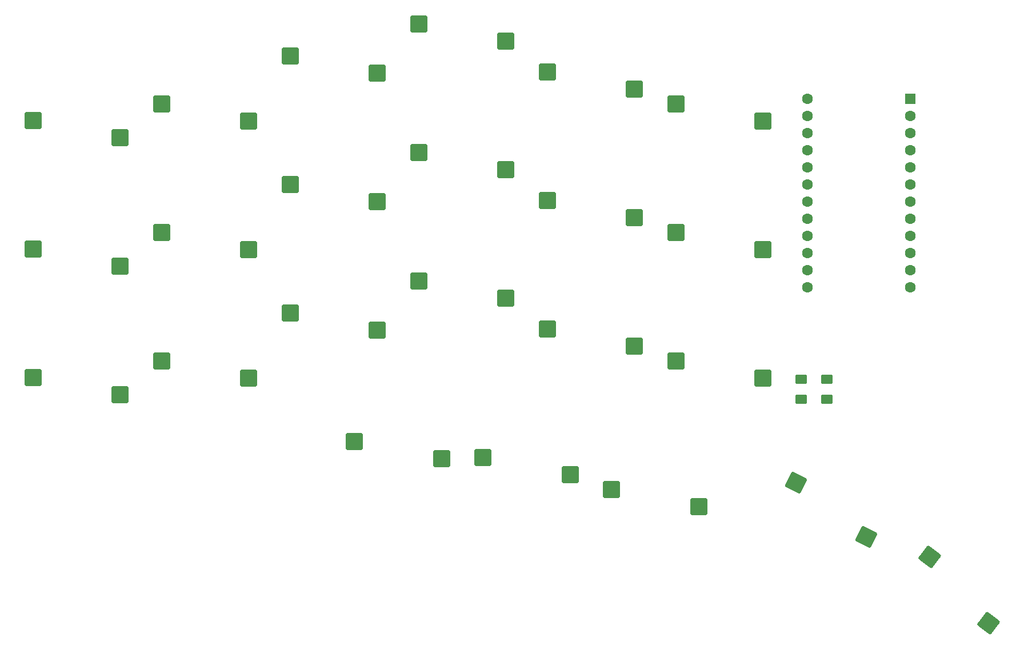
<source format=gbr>
%TF.GenerationSoftware,KiCad,Pcbnew,9.0.2*%
%TF.CreationDate,2025-06-30T19:49:53-10:00*%
%TF.ProjectId,jug,6a75672e-6b69-4636-9164-5f7063625858,rev?*%
%TF.SameCoordinates,Original*%
%TF.FileFunction,Paste,Top*%
%TF.FilePolarity,Positive*%
%FSLAX46Y46*%
G04 Gerber Fmt 4.6, Leading zero omitted, Abs format (unit mm)*
G04 Created by KiCad (PCBNEW 9.0.2) date 2025-06-30 19:49:53*
%MOMM*%
%LPD*%
G01*
G04 APERTURE LIST*
G04 Aperture macros list*
%AMRoundRect*
0 Rectangle with rounded corners*
0 $1 Rounding radius*
0 $2 $3 $4 $5 $6 $7 $8 $9 X,Y pos of 4 corners*
0 Add a 4 corners polygon primitive as box body*
4,1,4,$2,$3,$4,$5,$6,$7,$8,$9,$2,$3,0*
0 Add four circle primitives for the rounded corners*
1,1,$1+$1,$2,$3*
1,1,$1+$1,$4,$5*
1,1,$1+$1,$6,$7*
1,1,$1+$1,$8,$9*
0 Add four rect primitives between the rounded corners*
20,1,$1+$1,$2,$3,$4,$5,0*
20,1,$1+$1,$4,$5,$6,$7,0*
20,1,$1+$1,$6,$7,$8,$9,0*
20,1,$1+$1,$8,$9,$2,$3,0*%
G04 Aperture macros list end*
%ADD10RoundRect,0.250001X0.624999X-0.462499X0.624999X0.462499X-0.624999X0.462499X-0.624999X-0.462499X0*%
%ADD11RoundRect,0.250000X-1.025000X-1.000000X1.025000X-1.000000X1.025000X1.000000X-1.025000X1.000000X0*%
%ADD12RoundRect,0.250000X-1.363506X-0.437582X0.471110X-1.352287X1.363506X0.437582X-0.471110X1.352287X0*%
%ADD13RoundRect,0.250000X-1.421196X-0.175576X0.210608X-1.416428X1.421196X0.175576X-0.210608X1.416428X0*%
%ADD14C,1.600000*%
%ADD15R,1.600000X1.600000*%
G04 APERTURE END LIST*
D10*
%TO.C,D26*%
X174676400Y-73807900D03*
X174676400Y-76782900D03*
%TD*%
D11*
%TO.C,S21*%
X146561200Y-90172000D03*
X159488200Y-92712000D03*
%TD*%
%TO.C,S1*%
X60834400Y-35402100D03*
X73761400Y-37942100D03*
%TD*%
%TO.C,S2*%
X79884800Y-33020800D03*
X92811800Y-35560800D03*
%TD*%
%TO.C,S3*%
X98935200Y-25876900D03*
X111862200Y-28416900D03*
%TD*%
%TO.C,S4*%
X117985600Y-21114300D03*
X130912600Y-23654300D03*
%TD*%
%TO.C,S5*%
X137036000Y-28258200D03*
X149963000Y-30798200D03*
%TD*%
%TO.C,S6*%
X156086400Y-33020800D03*
X169013400Y-35560800D03*
%TD*%
%TO.C,S7*%
X60834400Y-54452500D03*
X73761400Y-56992500D03*
%TD*%
%TO.C,S8*%
X79884800Y-52071200D03*
X92811800Y-54611200D03*
%TD*%
%TO.C,S9*%
X98935200Y-44927300D03*
X111862200Y-47467300D03*
%TD*%
%TO.C,S10*%
X117985600Y-40164700D03*
X130912600Y-42704700D03*
%TD*%
%TO.C,S11*%
X137036000Y-47308600D03*
X149963000Y-49848600D03*
%TD*%
%TO.C,S12*%
X156086400Y-52071200D03*
X169013400Y-54611200D03*
%TD*%
%TO.C,S13*%
X60834400Y-73502900D03*
X73761400Y-76042900D03*
%TD*%
%TO.C,S14*%
X79884800Y-71121600D03*
X92811800Y-73661600D03*
%TD*%
%TO.C,S15*%
X98935200Y-63977700D03*
X111862200Y-66517700D03*
%TD*%
%TO.C,S16*%
X117985600Y-59215100D03*
X130912600Y-61755100D03*
%TD*%
%TO.C,S17*%
X137036000Y-66359000D03*
X149963000Y-68899000D03*
%TD*%
%TO.C,S18*%
X156086400Y-71121600D03*
X169013400Y-73661600D03*
%TD*%
%TO.C,S19*%
X108460400Y-83028100D03*
X121387400Y-85568100D03*
%TD*%
%TO.C,S20*%
X127510800Y-85409400D03*
X140437800Y-87949400D03*
%TD*%
D12*
%TO.C,S22*%
X173888478Y-89097046D03*
X184323952Y-97138178D03*
%TD*%
D13*
%TO.C,S23*%
X193674650Y-100120182D03*
X202427121Y-109966663D03*
%TD*%
D10*
%TO.C,D27*%
X178476400Y-76770400D03*
X178476400Y-73795400D03*
%TD*%
D14*
%TO.C,U2*%
X190840000Y-32260000D03*
D15*
X190840000Y-32260000D03*
D14*
X175600000Y-32260000D03*
X190840000Y-34800000D03*
X175600000Y-34800000D03*
X190840000Y-37340000D03*
X175600000Y-37340000D03*
X190840000Y-39880000D03*
X175600000Y-39880000D03*
X190840000Y-42420000D03*
X175600000Y-42420000D03*
X190840000Y-44960000D03*
X175600000Y-44960000D03*
X190840000Y-47500000D03*
X175600000Y-47500000D03*
X190840000Y-50040000D03*
X175600000Y-50040000D03*
X190840000Y-52580000D03*
X175600000Y-52580000D03*
X190840000Y-55120000D03*
X175600000Y-55120000D03*
X190840000Y-57660000D03*
X175600000Y-57660000D03*
X190840000Y-60200000D03*
X175600000Y-60200000D03*
%TD*%
M02*

</source>
